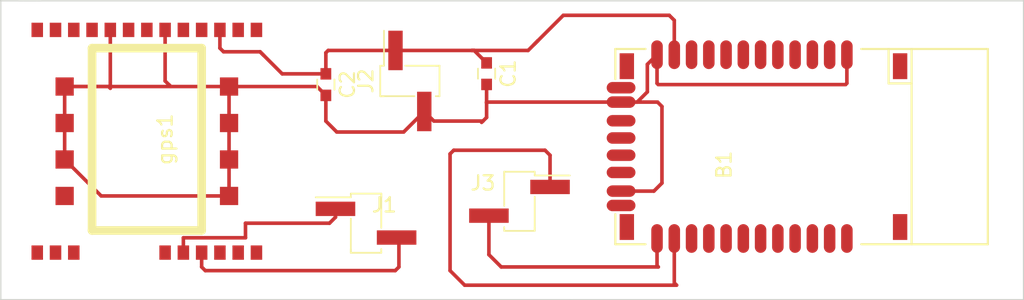
<source format=kicad_pcb>
(kicad_pcb (version 4) (host pcbnew 4.0.6)

  (general
    (links 23)
    (no_connects 0)
    (area 159.461999 83.769999 230.682001 104.698001)
    (thickness 1.6)
    (drawings 9)
    (tracks 92)
    (zones 0)
    (modules 7)
    (nets 49)
  )

  (page A4)
  (layers
    (0 F.Cu signal)
    (31 B.Cu signal)
    (32 B.Adhes user)
    (33 F.Adhes user)
    (34 B.Paste user)
    (35 F.Paste user)
    (36 B.SilkS user)
    (37 F.SilkS user)
    (38 B.Mask user)
    (39 F.Mask user)
    (40 Dwgs.User user)
    (41 Cmts.User user)
    (42 Eco1.User user)
    (43 Eco2.User user)
    (44 Edge.Cuts user)
    (45 Margin user)
    (46 B.CrtYd user)
    (47 F.CrtYd user)
    (48 B.Fab user)
    (49 F.Fab user)
  )

  (setup
    (last_trace_width 0.25)
    (trace_clearance 0.2)
    (zone_clearance 0.508)
    (zone_45_only no)
    (trace_min 0.2)
    (segment_width 0.2)
    (edge_width 0.1)
    (via_size 0.6)
    (via_drill 0.4)
    (via_min_size 0.4)
    (via_min_drill 0.3)
    (uvia_size 0.3)
    (uvia_drill 0.1)
    (uvias_allowed no)
    (uvia_min_size 0.2)
    (uvia_min_drill 0.1)
    (pcb_text_width 0.3)
    (pcb_text_size 1.5 1.5)
    (mod_edge_width 0.15)
    (mod_text_size 1 1)
    (mod_text_width 0.15)
    (pad_size 1.5 1.5)
    (pad_drill 0.6)
    (pad_to_mask_clearance 0)
    (aux_axis_origin 0 0)
    (visible_elements FFFFFF7F)
    (pcbplotparams
      (layerselection 0x010f0_80000001)
      (usegerberextensions true)
      (excludeedgelayer true)
      (linewidth 0.100000)
      (plotframeref false)
      (viasonmask false)
      (mode 1)
      (useauxorigin false)
      (hpglpennumber 1)
      (hpglpenspeed 20)
      (hpglpendiameter 15)
      (hpglpenoverlay 2)
      (psnegative false)
      (psa4output false)
      (plotreference true)
      (plotvalue true)
      (plotinvisibletext false)
      (padsonsilk false)
      (subtractmaskfromsilk false)
      (outputformat 1)
      (mirror false)
      (drillshape 0)
      (scaleselection 1)
      (outputdirectory ""))
  )

  (net 0 "")
  (net 1 GND)
  (net 2 "Net-(B1-Pad2)")
  (net 3 "Net-(B1-Pad3)")
  (net 4 "Net-(B1-Pad4)")
  (net 5 "Net-(B1-Pad5)")
  (net 6 "Net-(B1-Pad6)")
  (net 7 "Net-(B1-Pad7)")
  (net 8 "Net-(B1-Pad8)")
  (net 9 "Net-(B1-Pad9)")
  (net 10 "Net-(B1-Pad10)")
  (net 11 +3V3)
  (net 12 "Net-(B1-Pad35)")
  (net 13 "Net-(B1-Pad34)")
  (net 14 "Net-(B1-Pad33)")
  (net 15 "Net-(B1-Pad32)")
  (net 16 "Net-(B1-Pad31)")
  (net 17 "Net-(B1-Pad30)")
  (net 18 "Net-(B1-Pad13)")
  (net 19 "Net-(B1-Pad14)")
  (net 20 "Net-(B1-Pad15)")
  (net 21 "Net-(B1-Pad16)")
  (net 22 "Net-(B1-Pad17)")
  (net 23 "Net-(B1-Pad18)")
  (net 24 "Net-(B1-Pad19)")
  (net 25 "Net-(B1-Pad20)")
  (net 26 "Net-(B1-Pad21)")
  (net 27 "Net-(B1-Pad22)")
  (net 28 "Net-(B1-Pad23)")
  (net 29 "Net-(B1-Pad24)")
  (net 30 "Net-(gps1-Pad1)")
  (net 31 "Net-(gps1-Pad2)")
  (net 32 "Net-(gps1-Pad4)")
  (net 33 "Net-(gps1-Pad5)")
  (net 34 "Net-(gps1-Pad7)")
  (net 35 "Net-(gps1-Pad8)")
  (net 36 "Net-(gps1-Pad10)")
  (net 37 "Net-(gps1-Pad11)")
  (net 38 "Net-(gps1-Pad12)")
  (net 39 "Net-(gps1-Pad13)")
  (net 40 "Net-(gps1-Pad14)")
  (net 41 "Net-(gps1-Pad15)")
  (net 42 "Net-(gps1-Pad16)")
  (net 43 "Net-(J1-Pad2)")
  (net 44 "Net-(J1-Pad1)")
  (net 45 "Net-(gps1-Pad19)")
  (net 46 "Net-(gps1-Pad20)")
  (net 47 "Net-(gps1-Pad21)")
  (net 48 "Net-(gps1-Pad22)")

  (net_class Default "This is the default net class."
    (clearance 0.2)
    (trace_width 0.25)
    (via_dia 0.6)
    (via_drill 0.4)
    (uvia_dia 0.3)
    (uvia_drill 0.1)
    (add_net +3V3)
    (add_net GND)
    (add_net "Net-(B1-Pad10)")
    (add_net "Net-(B1-Pad13)")
    (add_net "Net-(B1-Pad14)")
    (add_net "Net-(B1-Pad15)")
    (add_net "Net-(B1-Pad16)")
    (add_net "Net-(B1-Pad17)")
    (add_net "Net-(B1-Pad18)")
    (add_net "Net-(B1-Pad19)")
    (add_net "Net-(B1-Pad2)")
    (add_net "Net-(B1-Pad20)")
    (add_net "Net-(B1-Pad21)")
    (add_net "Net-(B1-Pad22)")
    (add_net "Net-(B1-Pad23)")
    (add_net "Net-(B1-Pad24)")
    (add_net "Net-(B1-Pad3)")
    (add_net "Net-(B1-Pad30)")
    (add_net "Net-(B1-Pad31)")
    (add_net "Net-(B1-Pad32)")
    (add_net "Net-(B1-Pad33)")
    (add_net "Net-(B1-Pad34)")
    (add_net "Net-(B1-Pad35)")
    (add_net "Net-(B1-Pad4)")
    (add_net "Net-(B1-Pad5)")
    (add_net "Net-(B1-Pad6)")
    (add_net "Net-(B1-Pad7)")
    (add_net "Net-(B1-Pad8)")
    (add_net "Net-(B1-Pad9)")
    (add_net "Net-(J1-Pad1)")
    (add_net "Net-(J1-Pad2)")
    (add_net "Net-(gps1-Pad1)")
    (add_net "Net-(gps1-Pad10)")
    (add_net "Net-(gps1-Pad11)")
    (add_net "Net-(gps1-Pad12)")
    (add_net "Net-(gps1-Pad13)")
    (add_net "Net-(gps1-Pad14)")
    (add_net "Net-(gps1-Pad15)")
    (add_net "Net-(gps1-Pad16)")
    (add_net "Net-(gps1-Pad19)")
    (add_net "Net-(gps1-Pad2)")
    (add_net "Net-(gps1-Pad20)")
    (add_net "Net-(gps1-Pad21)")
    (add_net "Net-(gps1-Pad22)")
    (add_net "Net-(gps1-Pad4)")
    (add_net "Net-(gps1-Pad5)")
    (add_net "Net-(gps1-Pad7)")
    (add_net "Net-(gps1-Pad8)")
  )

  (module RF_Modules:RN42 (layer F.Cu) (tedit 58D1E594) (tstamp 58D1E362)
    (at 212.344 93.98 270)
    (descr "Class 2 Bluetooth Module with on-board antenna")
    (tags "Bluetooth Module")
    (path /58D17EE8)
    (attr smd)
    (fp_text reference B1 (at 1.27 2.54 270) (layer F.SilkS)
      (effects (font (size 1 1) (thickness 0.15)))
    )
    (fp_text value Bluetooth (at 0.3 0 270) (layer F.Fab)
      (effects (font (size 1 1) (thickness 0.15)))
    )
    (fp_text user "Antenna Area" (at 0.3 -13 270) (layer Cmts.User)
      (effects (font (size 1 1) (thickness 0.15)))
    )
    (fp_line (start -7.65 -16.05) (end 7.65 -16.05) (layer F.CrtYd) (width 0.05))
    (fp_line (start 7.65 -16.05) (end 7.65 10.95) (layer F.CrtYd) (width 0.05))
    (fp_line (start 7.65 10.95) (end -7.65 10.95) (layer F.CrtYd) (width 0.05))
    (fp_line (start -7.65 10.95) (end -7.65 -16.05) (layer F.CrtYd) (width 0.05))
    (fp_line (start -6.8 -8.9) (end -4.4 -8.9) (layer F.SilkS) (width 0.15))
    (fp_line (start -4.4 -8.9) (end -4.4 -10.5) (layer F.SilkS) (width 0.15))
    (fp_line (start -6.8 -10.5) (end 6.8 -10.5) (layer F.SilkS) (width 0.15))
    (fp_line (start -6.8 -7) (end -6.8 -15.8) (layer F.SilkS) (width 0.15))
    (fp_line (start -6.8 -15.8) (end 6.8 -15.8) (layer F.SilkS) (width 0.15))
    (fp_line (start 6.8 -15.8) (end 6.8 -7) (layer F.SilkS) (width 0.15))
    (fp_line (start 4.7 10.1) (end 6.8 10.1) (layer F.SilkS) (width 0.15))
    (fp_line (start 6.8 10.1) (end 6.8 8) (layer F.SilkS) (width 0.15))
    (fp_line (start -4.7 10.1) (end -6.8 10.1) (layer F.SilkS) (width 0.15))
    (fp_line (start -6.8 10.1) (end -6.8 8) (layer F.SilkS) (width 0.15))
    (pad 1 smd oval (at -6.4 -6 270) (size 2 0.8) (layers F.Cu F.Paste F.Mask)
      (net 1 GND))
    (pad 2 smd oval (at -6.4 -4.8 270) (size 2 0.8) (layers F.Cu F.Paste F.Mask)
      (net 2 "Net-(B1-Pad2)"))
    (pad 3 smd oval (at -6.4 -3.6 270) (size 2 0.8) (layers F.Cu F.Paste F.Mask)
      (net 3 "Net-(B1-Pad3)"))
    (pad 4 smd oval (at -6.4 -2.4 270) (size 2 0.8) (layers F.Cu F.Paste F.Mask)
      (net 4 "Net-(B1-Pad4)"))
    (pad 5 smd oval (at -6.4 -1.2 270) (size 2 0.8) (layers F.Cu F.Paste F.Mask)
      (net 5 "Net-(B1-Pad5)"))
    (pad 6 smd oval (at -6.4 0 270) (size 2 0.8) (layers F.Cu F.Paste F.Mask)
      (net 6 "Net-(B1-Pad6)"))
    (pad 7 smd oval (at -6.4 1.2 270) (size 2 0.8) (layers F.Cu F.Paste F.Mask)
      (net 7 "Net-(B1-Pad7)"))
    (pad 8 smd oval (at -6.4 2.4 270) (size 2 0.8) (layers F.Cu F.Paste F.Mask)
      (net 8 "Net-(B1-Pad8)"))
    (pad 9 smd oval (at -6.4 3.6 270) (size 2 0.8) (layers F.Cu F.Paste F.Mask)
      (net 9 "Net-(B1-Pad9)"))
    (pad 10 smd oval (at -6.4 4.8 270) (size 2 0.8) (layers F.Cu F.Paste F.Mask)
      (net 10 "Net-(B1-Pad10)"))
    (pad 11 smd oval (at -6.4 6 270) (size 2 0.8) (layers F.Cu F.Paste F.Mask)
      (net 11 +3V3))
    (pad 12 smd oval (at -6.4 7.2 270) (size 2 0.8) (layers F.Cu F.Paste F.Mask)
      (net 1 GND))
    (pad 35 smd oval (at -4.1 9.7) (size 2 0.8) (layers F.Cu F.Paste F.Mask)
      (net 12 "Net-(B1-Pad35)"))
    (pad 29 smd oval (at -3.1 9.7) (size 2 0.8) (layers F.Cu F.Paste F.Mask)
      (net 1 GND))
    (pad 34 smd oval (at -1.8 9.7) (size 2 0.8) (layers F.Cu F.Paste F.Mask)
      (net 13 "Net-(B1-Pad34)"))
    (pad 33 smd oval (at -0.6 9.7) (size 2 0.8) (layers F.Cu F.Paste F.Mask)
      (net 14 "Net-(B1-Pad33)"))
    (pad 32 smd oval (at 0.6 9.7) (size 2 0.8) (layers F.Cu F.Paste F.Mask)
      (net 15 "Net-(B1-Pad32)"))
    (pad 31 smd oval (at 1.8 9.7) (size 2 0.8) (layers F.Cu F.Paste F.Mask)
      (net 16 "Net-(B1-Pad31)"))
    (pad 28 smd oval (at 3.1 9.7) (size 2 0.8) (layers F.Cu F.Paste F.Mask)
      (net 1 GND))
    (pad 30 smd oval (at 4.1 9.7) (size 2 0.8) (layers F.Cu F.Paste F.Mask)
      (net 17 "Net-(B1-Pad30)"))
    (pad 13 smd oval (at 6.4 7.2 270) (size 2 0.8) (layers F.Cu F.Paste F.Mask)
      (net 18 "Net-(B1-Pad13)"))
    (pad 14 smd oval (at 6.4 6 270) (size 2 0.8) (layers F.Cu F.Paste F.Mask)
      (net 19 "Net-(B1-Pad14)"))
    (pad 15 smd oval (at 6.4 4.8 270) (size 2 0.8) (layers F.Cu F.Paste F.Mask)
      (net 20 "Net-(B1-Pad15)"))
    (pad 16 smd oval (at 6.4 3.6 270) (size 2 0.8) (layers F.Cu F.Paste F.Mask)
      (net 21 "Net-(B1-Pad16)"))
    (pad 17 smd oval (at 6.4 2.4 270) (size 2 0.8) (layers F.Cu F.Paste F.Mask)
      (net 22 "Net-(B1-Pad17)"))
    (pad 18 smd oval (at 6.4 1.2 270) (size 2 0.8) (layers F.Cu F.Paste F.Mask)
      (net 23 "Net-(B1-Pad18)"))
    (pad 19 smd oval (at 6.4 0 270) (size 2 0.8) (layers F.Cu F.Paste F.Mask)
      (net 24 "Net-(B1-Pad19)"))
    (pad 20 smd oval (at 6.4 -1.2 270) (size 2 0.8) (layers F.Cu F.Paste F.Mask)
      (net 25 "Net-(B1-Pad20)"))
    (pad 21 smd oval (at 6.4 -2.4 270) (size 2 0.8) (layers F.Cu F.Paste F.Mask)
      (net 26 "Net-(B1-Pad21)"))
    (pad 22 smd oval (at 6.4 -3.6 270) (size 2 0.8) (layers F.Cu F.Paste F.Mask)
      (net 27 "Net-(B1-Pad22)"))
    (pad 23 smd oval (at 6.4 -4.8 270) (size 2 0.8) (layers F.Cu F.Paste F.Mask)
      (net 28 "Net-(B1-Pad23)"))
    (pad 24 smd oval (at 6.4 -6 270) (size 2 0.8) (layers F.Cu F.Paste F.Mask)
      (net 29 "Net-(B1-Pad24)"))
    (pad 36 smd rect (at -5.6 9.3 270) (size 1.8 1) (layers F.Cu F.Paste F.Mask))
    (pad 36 smd rect (at 5.6 9.3 270) (size 1.8 1) (layers F.Cu F.Paste F.Mask))
    (pad 36 smd rect (at 5.6 -9.7 270) (size 1.8 1) (layers F.Cu F.Paste F.Mask))
    (pad 36 smd rect (at -5.6 -9.7 270) (size 1.8 1) (layers F.Cu F.Paste F.Mask))
  )

  (module Capacitors_SMD:C_0603 (layer F.Cu) (tedit 58AA844E) (tstamp 58D1E368)
    (at 193.294 88.9 270)
    (descr "Capacitor SMD 0603, reflow soldering, AVX (see smccp.pdf)")
    (tags "capacitor 0603")
    (path /58D1C4AB)
    (attr smd)
    (fp_text reference C1 (at 0 -1.5 270) (layer F.SilkS)
      (effects (font (size 1 1) (thickness 0.15)))
    )
    (fp_text value 10uF (at 0 1.5 270) (layer F.Fab)
      (effects (font (size 1 1) (thickness 0.15)))
    )
    (fp_text user %R (at 0 -1.5 270) (layer F.Fab)
      (effects (font (size 1 1) (thickness 0.15)))
    )
    (fp_line (start -0.8 0.4) (end -0.8 -0.4) (layer F.Fab) (width 0.1))
    (fp_line (start 0.8 0.4) (end -0.8 0.4) (layer F.Fab) (width 0.1))
    (fp_line (start 0.8 -0.4) (end 0.8 0.4) (layer F.Fab) (width 0.1))
    (fp_line (start -0.8 -0.4) (end 0.8 -0.4) (layer F.Fab) (width 0.1))
    (fp_line (start -0.35 -0.6) (end 0.35 -0.6) (layer F.SilkS) (width 0.12))
    (fp_line (start 0.35 0.6) (end -0.35 0.6) (layer F.SilkS) (width 0.12))
    (fp_line (start -1.4 -0.65) (end 1.4 -0.65) (layer F.CrtYd) (width 0.05))
    (fp_line (start -1.4 -0.65) (end -1.4 0.65) (layer F.CrtYd) (width 0.05))
    (fp_line (start 1.4 0.65) (end 1.4 -0.65) (layer F.CrtYd) (width 0.05))
    (fp_line (start 1.4 0.65) (end -1.4 0.65) (layer F.CrtYd) (width 0.05))
    (pad 1 smd rect (at -0.75 0 270) (size 0.8 0.75) (layers F.Cu F.Paste F.Mask)
      (net 11 +3V3))
    (pad 2 smd rect (at 0.75 0 270) (size 0.8 0.75) (layers F.Cu F.Paste F.Mask)
      (net 1 GND))
    (model Capacitors_SMD.3dshapes/C_0603.wrl
      (at (xyz 0 0 0))
      (scale (xyz 1 1 1))
      (rotate (xyz 0 0 0))
    )
  )

  (module Capacitors_SMD:C_0603 (layer F.Cu) (tedit 58AA844E) (tstamp 58D1E36E)
    (at 182.118 89.662 270)
    (descr "Capacitor SMD 0603, reflow soldering, AVX (see smccp.pdf)")
    (tags "capacitor 0603")
    (path /58D1C524)
    (attr smd)
    (fp_text reference C2 (at 0 -1.5 270) (layer F.SilkS)
      (effects (font (size 1 1) (thickness 0.15)))
    )
    (fp_text value 10uF (at 0 1.5 270) (layer F.Fab)
      (effects (font (size 1 1) (thickness 0.15)))
    )
    (fp_text user %R (at 0 -1.5 270) (layer F.Fab)
      (effects (font (size 1 1) (thickness 0.15)))
    )
    (fp_line (start -0.8 0.4) (end -0.8 -0.4) (layer F.Fab) (width 0.1))
    (fp_line (start 0.8 0.4) (end -0.8 0.4) (layer F.Fab) (width 0.1))
    (fp_line (start 0.8 -0.4) (end 0.8 0.4) (layer F.Fab) (width 0.1))
    (fp_line (start -0.8 -0.4) (end 0.8 -0.4) (layer F.Fab) (width 0.1))
    (fp_line (start -0.35 -0.6) (end 0.35 -0.6) (layer F.SilkS) (width 0.12))
    (fp_line (start 0.35 0.6) (end -0.35 0.6) (layer F.SilkS) (width 0.12))
    (fp_line (start -1.4 -0.65) (end 1.4 -0.65) (layer F.CrtYd) (width 0.05))
    (fp_line (start -1.4 -0.65) (end -1.4 0.65) (layer F.CrtYd) (width 0.05))
    (fp_line (start 1.4 0.65) (end 1.4 -0.65) (layer F.CrtYd) (width 0.05))
    (fp_line (start 1.4 0.65) (end -1.4 0.65) (layer F.CrtYd) (width 0.05))
    (pad 1 smd rect (at -0.75 0 270) (size 0.8 0.75) (layers F.Cu F.Paste F.Mask)
      (net 11 +3V3))
    (pad 2 smd rect (at 0.75 0 270) (size 0.8 0.75) (layers F.Cu F.Paste F.Mask)
      (net 1 GND))
    (model Capacitors_SMD.3dshapes/C_0603.wrl
      (at (xyz 0 0 0))
      (scale (xyz 1 1 1))
      (rotate (xyz 0 0 0))
    )
  )

  (module footprintlibrary:GPS (layer F.Cu) (tedit 58D1E58F) (tstamp 58D1E394)
    (at 177.292 85.852 270)
    (path /58D160F3)
    (fp_text reference gps1 (at 7.62 6.35 270) (layer F.SilkS)
      (effects (font (size 1 1) (thickness 0.15)))
    )
    (fp_text value GPSReceiver (at 7.62 8.89 270) (layer F.Fab)
      (effects (font (size 1 1) (thickness 0.15)))
    )
    (fp_line (start 13.97 11.43) (end 13.97 3.81) (layer F.SilkS) (width 0.6))
    (fp_line (start 13.97 3.81) (end 1.27 3.81) (layer F.SilkS) (width 0.6))
    (fp_line (start 1.27 3.81) (end 1.27 11.43) (layer F.SilkS) (width 0.6))
    (fp_line (start 1.27 11.43) (end 13.97 11.43) (layer F.SilkS) (width 0.6))
    (pad 1 smd rect (at 0 0 270) (size 1 0.8) (layers F.Cu F.Paste F.Mask)
      (net 30 "Net-(gps1-Pad1)"))
    (pad 2 smd rect (at 0 1.27 270) (size 1 0.8) (layers F.Cu F.Paste F.Mask)
      (net 31 "Net-(gps1-Pad2)"))
    (pad 3 smd rect (at 0 2.54 270) (size 1 0.8) (layers F.Cu F.Paste F.Mask)
      (net 11 +3V3))
    (pad 4 smd rect (at 0 3.81 270) (size 1 0.8) (layers F.Cu F.Paste F.Mask)
      (net 32 "Net-(gps1-Pad4)"))
    (pad 5 smd rect (at 0 5.08 270) (size 1 0.8) (layers F.Cu F.Paste F.Mask)
      (net 33 "Net-(gps1-Pad5)"))
    (pad 6 smd rect (at 0 6.35 270) (size 1 0.8) (layers F.Cu F.Paste F.Mask)
      (net 1 GND))
    (pad 7 smd rect (at 0 7.62 270) (size 1 0.8) (layers F.Cu F.Paste F.Mask)
      (net 34 "Net-(gps1-Pad7)"))
    (pad 8 smd rect (at 0 8.89 270) (size 1 0.8) (layers F.Cu F.Paste F.Mask)
      (net 35 "Net-(gps1-Pad8)"))
    (pad 9 smd rect (at 0 10.16 270) (size 1 0.8) (layers F.Cu F.Paste F.Mask)
      (net 1 GND))
    (pad 10 smd rect (at 0 11.43 270) (size 1 0.8) (layers F.Cu F.Paste F.Mask)
      (net 36 "Net-(gps1-Pad10)"))
    (pad 11 smd rect (at 0 12.7 270) (size 1 0.8) (layers F.Cu F.Paste F.Mask)
      (net 37 "Net-(gps1-Pad11)"))
    (pad 12 smd rect (at 0 13.97 270) (size 1 0.8) (layers F.Cu F.Paste F.Mask)
      (net 38 "Net-(gps1-Pad12)"))
    (pad 13 smd rect (at 0 15.24 270) (size 1 0.8) (layers F.Cu F.Paste F.Mask)
      (net 39 "Net-(gps1-Pad13)"))
    (pad 14 smd rect (at 15.51 0 270) (size 1 0.8) (layers F.Cu F.Paste F.Mask)
      (net 40 "Net-(gps1-Pad14)"))
    (pad 15 smd rect (at 15.51 1.27 270) (size 1 0.8) (layers F.Cu F.Paste F.Mask)
      (net 41 "Net-(gps1-Pad15)"))
    (pad 16 smd rect (at 15.51 2.54 270) (size 1 0.8) (layers F.Cu F.Paste F.Mask)
      (net 42 "Net-(gps1-Pad16)"))
    (pad 17 smd rect (at 15.51 3.81 270) (size 1 0.8) (layers F.Cu F.Paste F.Mask)
      (net 43 "Net-(J1-Pad2)"))
    (pad 18 smd rect (at 15.51 5.08 270) (size 1 0.8) (layers F.Cu F.Paste F.Mask)
      (net 44 "Net-(J1-Pad1)"))
    (pad 19 smd rect (at 15.51 6.35 270) (size 1 0.8) (layers F.Cu F.Paste F.Mask)
      (net 45 "Net-(gps1-Pad19)"))
    (pad 20 smd rect (at 15.51 12.7 270) (size 1 0.8) (layers F.Cu F.Paste F.Mask)
      (net 46 "Net-(gps1-Pad20)"))
    (pad 21 smd rect (at 15.51 13.97 270) (size 1 0.8) (layers F.Cu F.Paste F.Mask)
      (net 47 "Net-(gps1-Pad21)"))
    (pad 22 smd rect (at 15.51 15.24 270) (size 1 0.8) (layers F.Cu F.Paste F.Mask)
      (net 48 "Net-(gps1-Pad22)"))
    (pad 23 smd rect (at 3.945 1.905 270) (size 1.27 1.27) (layers F.Cu F.Paste F.Mask)
      (net 1 GND))
    (pad 24 smd rect (at 6.485 1.905 270) (size 1.27 1.27) (layers F.Cu F.Paste F.Mask)
      (net 1 GND))
    (pad 25 smd rect (at 9.025 1.905 270) (size 1.27 1.27) (layers F.Cu F.Paste F.Mask)
      (net 1 GND))
    (pad 26 smd rect (at 11.565 1.905 270) (size 1.27 1.27) (layers F.Cu F.Paste F.Mask)
      (net 1 GND))
    (pad 27 smd rect (at 3.945 13.335 270) (size 1.27 1.27) (layers F.Cu F.Paste F.Mask)
      (net 1 GND))
    (pad 28 smd rect (at 6.485 13.335 270) (size 1.27 1.27) (layers F.Cu F.Paste F.Mask)
      (net 1 GND))
    (pad 29 smd rect (at 9.025 13.335 270) (size 1.27 1.27) (layers F.Cu F.Paste F.Mask)
      (net 1 GND))
    (pad 30 smd rect (at 11.565 13.335 270) (size 1.27 1.27) (layers F.Cu F.Paste F.Mask))
  )

  (module Pin_Headers:Pin_Header_Straight_1x02_Pitch2.00mm_SMD_Pin1Left (layer F.Cu) (tedit 58D1E5CF) (tstamp 58D1E39A)
    (at 184.912 99.314)
    (descr "surface-mounted straight pin header, 1x02, 2.00mm pitch, single row, style 1 (pin 1 left)")
    (tags "Surface mounted pin header SMD 1x02 2.00mm single row style1 pin1 left")
    (path /58CFC809)
    (attr smd)
    (fp_text reference J1 (at 1.27 -1.27) (layer F.SilkS)
      (effects (font (size 1 1) (thickness 0.15)))
    )
    (fp_text value clkSp (at -1.27 1.27) (layer F.Fab)
      (effects (font (size 1 1) (thickness 0.15)))
    )
    (fp_line (start -1 -2) (end -1 2) (layer F.Fab) (width 0.1))
    (fp_line (start -1 2) (end 1 2) (layer F.Fab) (width 0.1))
    (fp_line (start 1 2) (end 1 -2) (layer F.Fab) (width 0.1))
    (fp_line (start 1 -2) (end -1 -2) (layer F.Fab) (width 0.1))
    (fp_line (start -1 -1.25) (end -1 -0.75) (layer F.Fab) (width 0.1))
    (fp_line (start -1 -0.75) (end -2 -0.75) (layer F.Fab) (width 0.1))
    (fp_line (start -2 -0.75) (end -2 -1.25) (layer F.Fab) (width 0.1))
    (fp_line (start -2 -1.25) (end -1 -1.25) (layer F.Fab) (width 0.1))
    (fp_line (start 1 0.75) (end 1 1.25) (layer F.Fab) (width 0.1))
    (fp_line (start 1 1.25) (end 2 1.25) (layer F.Fab) (width 0.1))
    (fp_line (start 2 1.25) (end 2 0.75) (layer F.Fab) (width 0.1))
    (fp_line (start 2 0.75) (end 1 0.75) (layer F.Fab) (width 0.1))
    (fp_line (start -1.06 -1.8) (end -1.06 -2.06) (layer F.SilkS) (width 0.12))
    (fp_line (start -1.06 -2.06) (end 1.06 -2.06) (layer F.SilkS) (width 0.12))
    (fp_line (start 1.06 -2.06) (end 1.06 -1.8) (layer F.SilkS) (width 0.12))
    (fp_line (start -1.06 1.8) (end -1.06 2.06) (layer F.SilkS) (width 0.12))
    (fp_line (start -1.06 2.06) (end 1.06 2.06) (layer F.SilkS) (width 0.12))
    (fp_line (start 1.06 2.06) (end 1.06 1.8) (layer F.SilkS) (width 0.12))
    (fp_line (start 1.06 -2.06) (end 1.06 0.32) (layer F.SilkS) (width 0.12))
    (fp_line (start -1.06 -1.8) (end -3.5 -1.8) (layer F.SilkS) (width 0.12))
    (fp_line (start -1.06 -0.32) (end -1.06 2.06) (layer F.SilkS) (width 0.12))
    (fp_line (start -4 -2.5) (end -4 2.5) (layer F.CrtYd) (width 0.05))
    (fp_line (start -4 2.5) (end 4 2.5) (layer F.CrtYd) (width 0.05))
    (fp_line (start 4 2.5) (end 4 -2.5) (layer F.CrtYd) (width 0.05))
    (fp_line (start 4 -2.5) (end -4 -2.5) (layer F.CrtYd) (width 0.05))
    (fp_text user %R (at 1.27 -1.27) (layer F.Fab)
      (effects (font (size 1 1) (thickness 0.15)))
    )
    (pad 1 smd rect (at -2.125 -1) (size 2.75 1) (layers F.Cu F.Paste F.Mask)
      (net 44 "Net-(J1-Pad1)"))
    (pad 2 smd rect (at 2.125 1) (size 2.75 1) (layers F.Cu F.Paste F.Mask)
      (net 43 "Net-(J1-Pad2)"))
    (model ${KISYS3DMOD}/Pin_Headers.3dshapes/Pin_Header_Straight_1x02_Pitch2.00mm_SMD_Pin1Left.wrl
      (at (xyz 0 0 0))
      (scale (xyz 1 1 1))
      (rotate (xyz 0 0 0))
    )
  )

  (module Pin_Headers:Pin_Header_Straight_1x02_Pitch2.00mm_SMD_Pin1Right (layer F.Cu) (tedit 58CD4EC9) (tstamp 58D1E3A0)
    (at 187.96 89.408 90)
    (descr "surface-mounted straight pin header, 1x02, 2.00mm pitch, single row, style 2 (pin 1 right)")
    (tags "Surface mounted pin header SMD 1x02 2.00mm single row style2 pin1 right")
    (path /58CFC5E0)
    (attr smd)
    (fp_text reference J2 (at 0 -3.06 90) (layer F.SilkS)
      (effects (font (size 1 1) (thickness 0.15)))
    )
    (fp_text value SourceGnd (at 0 3.06 90) (layer F.Fab)
      (effects (font (size 1 1) (thickness 0.15)))
    )
    (fp_line (start -1 -2) (end -1 2) (layer F.Fab) (width 0.1))
    (fp_line (start -1 2) (end 1 2) (layer F.Fab) (width 0.1))
    (fp_line (start 1 2) (end 1 -2) (layer F.Fab) (width 0.1))
    (fp_line (start 1 -2) (end -1 -2) (layer F.Fab) (width 0.1))
    (fp_line (start -1 0.75) (end -1 1.25) (layer F.Fab) (width 0.1))
    (fp_line (start -1 1.25) (end -2 1.25) (layer F.Fab) (width 0.1))
    (fp_line (start -2 1.25) (end -2 0.75) (layer F.Fab) (width 0.1))
    (fp_line (start -2 0.75) (end -1 0.75) (layer F.Fab) (width 0.1))
    (fp_line (start 1 -1.25) (end 1 -0.75) (layer F.Fab) (width 0.1))
    (fp_line (start 1 -0.75) (end 2 -0.75) (layer F.Fab) (width 0.1))
    (fp_line (start 2 -0.75) (end 2 -1.25) (layer F.Fab) (width 0.1))
    (fp_line (start 2 -1.25) (end 1 -1.25) (layer F.Fab) (width 0.1))
    (fp_line (start -1.06 -1.8) (end -1.06 -2.06) (layer F.SilkS) (width 0.12))
    (fp_line (start -1.06 -2.06) (end 1.06 -2.06) (layer F.SilkS) (width 0.12))
    (fp_line (start 1.06 -2.06) (end 1.06 -1.8) (layer F.SilkS) (width 0.12))
    (fp_line (start -1.06 1.8) (end -1.06 2.06) (layer F.SilkS) (width 0.12))
    (fp_line (start -1.06 2.06) (end 1.06 2.06) (layer F.SilkS) (width 0.12))
    (fp_line (start 1.06 2.06) (end 1.06 1.8) (layer F.SilkS) (width 0.12))
    (fp_line (start 1.06 -0.32) (end 1.06 2.06) (layer F.SilkS) (width 0.12))
    (fp_line (start -1.06 -2.06) (end -1.06 0.32) (layer F.SilkS) (width 0.12))
    (fp_line (start 1.06 -1.8) (end 3.5 -1.8) (layer F.SilkS) (width 0.12))
    (fp_line (start -4 -2.5) (end -4 2.5) (layer F.CrtYd) (width 0.05))
    (fp_line (start -4 2.5) (end 4 2.5) (layer F.CrtYd) (width 0.05))
    (fp_line (start 4 2.5) (end 4 -2.5) (layer F.CrtYd) (width 0.05))
    (fp_line (start 4 -2.5) (end -4 -2.5) (layer F.CrtYd) (width 0.05))
    (fp_text user %R (at 0 -3.06 90) (layer F.Fab)
      (effects (font (size 1 1) (thickness 0.15)))
    )
    (pad 2 smd rect (at -2.125 1 90) (size 2.75 1) (layers F.Cu F.Paste F.Mask)
      (net 1 GND))
    (pad 1 smd rect (at 2.125 -1 90) (size 2.75 1) (layers F.Cu F.Paste F.Mask)
      (net 11 +3V3))
    (model ${KISYS3DMOD}/Pin_Headers.3dshapes/Pin_Header_Straight_1x02_Pitch2.00mm_SMD_Pin1Right.wrl
      (at (xyz 0 0 0))
      (scale (xyz 1 1 1))
      (rotate (xyz 0 0 0))
    )
  )

  (module Pin_Headers:Pin_Header_Straight_1x02_Pitch2.00mm_SMD_Pin1Right (layer F.Cu) (tedit 58D1E5B2) (tstamp 58D1E3A6)
    (at 195.58 97.79)
    (descr "surface-mounted straight pin header, 1x02, 2.00mm pitch, single row, style 2 (pin 1 right)")
    (tags "Surface mounted pin header SMD 1x02 2.00mm single row style2 pin1 right")
    (path /58CFC5BF)
    (attr smd)
    (fp_text reference J3 (at -2.54 -1.27) (layer F.SilkS)
      (effects (font (size 1 1) (thickness 0.15)))
    )
    (fp_text value RXTX (at 1.27 1.27) (layer F.Fab)
      (effects (font (size 1 1) (thickness 0.15)))
    )
    (fp_line (start -1 -2) (end -1 2) (layer F.Fab) (width 0.1))
    (fp_line (start -1 2) (end 1 2) (layer F.Fab) (width 0.1))
    (fp_line (start 1 2) (end 1 -2) (layer F.Fab) (width 0.1))
    (fp_line (start 1 -2) (end -1 -2) (layer F.Fab) (width 0.1))
    (fp_line (start -1 0.75) (end -1 1.25) (layer F.Fab) (width 0.1))
    (fp_line (start -1 1.25) (end -2 1.25) (layer F.Fab) (width 0.1))
    (fp_line (start -2 1.25) (end -2 0.75) (layer F.Fab) (width 0.1))
    (fp_line (start -2 0.75) (end -1 0.75) (layer F.Fab) (width 0.1))
    (fp_line (start 1 -1.25) (end 1 -0.75) (layer F.Fab) (width 0.1))
    (fp_line (start 1 -0.75) (end 2 -0.75) (layer F.Fab) (width 0.1))
    (fp_line (start 2 -0.75) (end 2 -1.25) (layer F.Fab) (width 0.1))
    (fp_line (start 2 -1.25) (end 1 -1.25) (layer F.Fab) (width 0.1))
    (fp_line (start -1.06 -1.8) (end -1.06 -2.06) (layer F.SilkS) (width 0.12))
    (fp_line (start -1.06 -2.06) (end 1.06 -2.06) (layer F.SilkS) (width 0.12))
    (fp_line (start 1.06 -2.06) (end 1.06 -1.8) (layer F.SilkS) (width 0.12))
    (fp_line (start -1.06 1.8) (end -1.06 2.06) (layer F.SilkS) (width 0.12))
    (fp_line (start -1.06 2.06) (end 1.06 2.06) (layer F.SilkS) (width 0.12))
    (fp_line (start 1.06 2.06) (end 1.06 1.8) (layer F.SilkS) (width 0.12))
    (fp_line (start 1.06 -0.32) (end 1.06 2.06) (layer F.SilkS) (width 0.12))
    (fp_line (start -1.06 -2.06) (end -1.06 0.32) (layer F.SilkS) (width 0.12))
    (fp_line (start 1.06 -1.8) (end 3.5 -1.8) (layer F.SilkS) (width 0.12))
    (fp_line (start -4 -2.5) (end -4 2.5) (layer F.CrtYd) (width 0.05))
    (fp_line (start -4 2.5) (end 4 2.5) (layer F.CrtYd) (width 0.05))
    (fp_line (start 4 2.5) (end 4 -2.5) (layer F.CrtYd) (width 0.05))
    (fp_line (start 4 -2.5) (end -4 -2.5) (layer F.CrtYd) (width 0.05))
    (fp_text user %R (at 0 -3.06) (layer F.Fab)
      (effects (font (size 1 1) (thickness 0.15)))
    )
    (pad 2 smd rect (at -2.125 1) (size 2.75 1) (layers F.Cu F.Paste F.Mask)
      (net 18 "Net-(B1-Pad13)"))
    (pad 1 smd rect (at 2.125 -1) (size 2.75 1) (layers F.Cu F.Paste F.Mask)
      (net 19 "Net-(B1-Pad14)"))
    (model ${KISYS3DMOD}/Pin_Headers.3dshapes/Pin_Header_Straight_1x02_Pitch2.00mm_SMD_Pin1Right.wrl
      (at (xyz 0 0 0))
      (scale (xyz 1 1 1))
      (rotate (xyz 0 0 0))
    )
  )

  (gr_line (start 162.052 83.82) (end 162.306 83.82) (angle 90) (layer Edge.Cuts) (width 0.1))
  (gr_line (start 161.544 83.82) (end 162.052 83.82) (angle 90) (layer Edge.Cuts) (width 0.1))
  (gr_line (start 161.036 83.82) (end 161.544 83.82) (angle 90) (layer Edge.Cuts) (width 0.1))
  (gr_line (start 159.512 83.82) (end 161.036 83.82) (angle 90) (layer Edge.Cuts) (width 0.1))
  (gr_line (start 159.512 104.648) (end 159.512 83.82) (angle 90) (layer Edge.Cuts) (width 0.1))
  (gr_line (start 199.136 104.648) (end 159.512 104.648) (angle 90) (layer Edge.Cuts) (width 0.1))
  (gr_line (start 230.632 104.648) (end 199.136 104.648) (angle 90) (layer Edge.Cuts) (width 0.1))
  (gr_line (start 230.632 83.82) (end 230.632 104.648) (angle 90) (layer Edge.Cuts) (width 0.1))
  (gr_line (start 160.782 83.82) (end 230.632 83.82) (angle 90) (layer Edge.Cuts) (width 0.1))

  (segment (start 182.118 90.412) (end 182.118 92.202) (width 0.25) (layer F.Cu) (net 1) (status 400000))
  (segment (start 187.529 92.964) (end 188.96 91.533) (width 0.25) (layer F.Cu) (net 1) (tstamp 58D2924F) (status 800000))
  (segment (start 182.88 92.964) (end 187.529 92.964) (width 0.25) (layer F.Cu) (net 1) (tstamp 58D2924E))
  (segment (start 182.118 92.202) (end 182.88 92.964) (width 0.25) (layer F.Cu) (net 1) (tstamp 58D2924D))
  (segment (start 175.387 89.797) (end 181.503 89.797) (width 0.25) (layer F.Cu) (net 1) (status 400000))
  (segment (start 181.503 89.797) (end 182.118 90.412) (width 0.25) (layer F.Cu) (net 1) (tstamp 58D2924A) (status 800000))
  (segment (start 193.04 92.202) (end 189.629 92.202) (width 0.25) (layer F.Cu) (net 1))
  (segment (start 189.629 92.202) (end 188.96 91.533) (width 0.25) (layer F.Cu) (net 1) (tstamp 58D29247) (status 800000))
  (segment (start 202.644 90.88) (end 193.294 90.88) (width 0.25) (layer F.Cu) (net 1))
  (segment (start 193.294 90.88) (end 193.294 90.932) (width 0.25) (layer F.Cu) (net 1) (tstamp 58D281A6))
  (segment (start 192.947 92.295) (end 193.04 92.202) (width 0.25) (layer F.Cu) (net 1) (tstamp 58D28168))
  (segment (start 193.04 92.202) (end 193.294 91.948) (width 0.25) (layer F.Cu) (net 1) (tstamp 58D29245))
  (segment (start 193.294 91.948) (end 193.294 90.932) (width 0.25) (layer F.Cu) (net 1) (tstamp 58D28170))
  (segment (start 193.294 90.932) (end 193.294 89.65) (width 0.25) (layer F.Cu) (net 1) (tstamp 58D281B0))
  (segment (start 163.957 89.797) (end 163.957 92.337) (width 0.25) (layer F.Cu) (net 1))
  (segment (start 163.957 92.337) (end 163.957 94.877) (width 0.25) (layer F.Cu) (net 1) (tstamp 58D1F4FE))
  (segment (start 163.957 94.877) (end 166.497 97.417) (width 0.25) (layer F.Cu) (net 1) (tstamp 58D1F501))
  (segment (start 166.497 97.417) (end 175.387 97.417) (width 0.25) (layer F.Cu) (net 1) (tstamp 58D1F504))
  (segment (start 167.132 85.852) (end 167.132 89.797) (width 0.25) (layer F.Cu) (net 1))
  (segment (start 167.013 89.797) (end 163.957 89.797) (width 0.25) (layer F.Cu) (net 1) (tstamp 58D1F4E6))
  (segment (start 167.132 89.916) (end 167.013 89.797) (width 0.25) (layer F.Cu) (net 1) (tstamp 58D1F4E5))
  (segment (start 167.132 89.797) (end 167.132 89.916) (width 0.25) (layer F.Cu) (net 1) (tstamp 58D1F4DD))
  (segment (start 163.957 89.797) (end 171.331 89.797) (width 0.25) (layer F.Cu) (net 1))
  (segment (start 171.331 89.797) (end 171.196 89.662) (width 0.25) (layer F.Cu) (net 1) (tstamp 58D1F4D6))
  (segment (start 170.942 85.852) (end 170.942 89.408) (width 0.25) (layer F.Cu) (net 1))
  (segment (start 171.331 89.797) (end 175.387 89.797) (width 0.25) (layer F.Cu) (net 1) (tstamp 58D1F4D3))
  (segment (start 170.942 89.408) (end 171.196 89.662) (width 0.25) (layer F.Cu) (net 1) (tstamp 58D1F4D2))
  (segment (start 171.196 89.662) (end 171.331 89.797) (width 0.25) (layer F.Cu) (net 1) (tstamp 58D1F4D9))
  (segment (start 175.387 97.417) (end 175.387 94.877) (width 0.25) (layer F.Cu) (net 1))
  (segment (start 175.387 94.877) (end 175.387 92.337) (width 0.25) (layer F.Cu) (net 1) (tstamp 58D1F4CC))
  (segment (start 175.387 92.337) (end 175.387 89.797) (width 0.25) (layer F.Cu) (net 1) (tstamp 58D1F4CD))
  (segment (start 175.387 89.797) (end 175.748 90.158) (width 0.25) (layer F.Cu) (net 1) (tstamp 58D1F4CE))
  (segment (start 202.644 90.88) (end 203.76 90.88) (width 0.25) (layer F.Cu) (net 1))
  (segment (start 204.47 88.254) (end 205.144 87.58) (width 0.25) (layer F.Cu) (net 1) (tstamp 58D1F3D9))
  (segment (start 204.47 90.17) (end 204.47 88.254) (width 0.25) (layer F.Cu) (net 1) (tstamp 58D1F3D8))
  (segment (start 203.76 90.88) (end 204.47 90.17) (width 0.25) (layer F.Cu) (net 1) (tstamp 58D1F3D7))
  (segment (start 218.344 87.58) (end 218.344 89.566) (width 0.25) (layer F.Cu) (net 1))
  (segment (start 218.344 89.566) (end 218.248 89.662) (width 0.25) (layer F.Cu) (net 1) (tstamp 58D1F353))
  (segment (start 218.248 89.662) (end 205.232 89.662) (width 0.25) (layer F.Cu) (net 1) (tstamp 58D1F354))
  (segment (start 205.232 89.662) (end 205.144 89.574) (width 0.25) (layer F.Cu) (net 1) (tstamp 58D1F355))
  (segment (start 205.144 89.574) (end 205.144 87.58) (width 0.25) (layer F.Cu) (net 1) (tstamp 58D1F356))
  (segment (start 202.644 97.08) (end 204.926 97.08) (width 0.25) (layer F.Cu) (net 1))
  (segment (start 205.18 90.88) (end 202.644 90.88) (width 0.25) (layer F.Cu) (net 1) (tstamp 58D1F349))
  (segment (start 205.486 91.186) (end 205.18 90.88) (width 0.25) (layer F.Cu) (net 1) (tstamp 58D1F348))
  (segment (start 205.486 96.52) (end 205.486 91.186) (width 0.25) (layer F.Cu) (net 1) (tstamp 58D1F347))
  (segment (start 204.926 97.08) (end 205.486 96.52) (width 0.25) (layer F.Cu) (net 1) (tstamp 58D1F346))
  (segment (start 182.118 88.912) (end 179.082 88.912) (width 0.25) (layer F.Cu) (net 11) (status 400000))
  (segment (start 179.082 88.912) (end 177.546 87.376) (width 0.25) (layer F.Cu) (net 11) (tstamp 58D2925C))
  (segment (start 182.118 88.912) (end 182.118 87.444) (width 0.25) (layer F.Cu) (net 11) (status 400000))
  (segment (start 182.279 87.283) (end 186.96 87.283) (width 0.25) (layer F.Cu) (net 11) (tstamp 58D29254) (status 800000))
  (segment (start 182.118 87.444) (end 182.279 87.283) (width 0.25) (layer F.Cu) (net 11) (tstamp 58D29259))
  (segment (start 192.278 87.283) (end 196.181 87.283) (width 0.25) (layer F.Cu) (net 11))
  (segment (start 196.181 87.283) (end 196.85 86.614) (width 0.25) (layer F.Cu) (net 11) (tstamp 58D29240))
  (segment (start 186.96 87.283) (end 192.278 87.283) (width 0.25) (layer F.Cu) (net 11) (status 400000))
  (segment (start 192.278 87.283) (end 192.427 87.283) (width 0.25) (layer F.Cu) (net 11) (tstamp 58D2923E))
  (segment (start 192.427 87.283) (end 193.294 88.15) (width 0.25) (layer F.Cu) (net 11) (tstamp 58D2923B) (status 800000))
  (segment (start 174.752 85.852) (end 174.752 87.122) (width 0.25) (layer F.Cu) (net 11))
  (segment (start 175.006 87.376) (end 177.546 87.376) (width 0.25) (layer F.Cu) (net 11) (tstamp 58D1F52B))
  (segment (start 174.752 87.122) (end 175.006 87.376) (width 0.25) (layer F.Cu) (net 11) (tstamp 58D1F526))
  (segment (start 177.546 87.376) (end 177.8 87.63) (width 0.25) (layer F.Cu) (net 11) (tstamp 58D1F52D))
  (segment (start 193.189 88.045) (end 193.294 88.15) (width 0.25) (layer F.Cu) (net 11) (tstamp 58D1F3BE))
  (segment (start 206.344 87.58) (end 206.344 85.186) (width 0.25) (layer F.Cu) (net 11))
  (segment (start 198.628 84.836) (end 196.85 86.614) (width 0.25) (layer F.Cu) (net 11) (tstamp 58D1F3AF))
  (segment (start 205.994 84.836) (end 198.628 84.836) (width 0.25) (layer F.Cu) (net 11) (tstamp 58D1F3AE))
  (segment (start 206.344 85.186) (end 205.994 84.836) (width 0.25) (layer F.Cu) (net 11) (tstamp 58D1F3AD))
  (segment (start 196.85 86.614) (end 196.596 86.868) (width 0.25) (layer F.Cu) (net 11) (tstamp 58D29243))
  (segment (start 193.455 98.79) (end 193.455 101.507) (width 0.25) (layer F.Cu) (net 18))
  (segment (start 205.144 102.274) (end 205.144 100.38) (width 0.25) (layer F.Cu) (net 18) (tstamp 58D1F37F))
  (segment (start 205.232 102.362) (end 205.144 102.274) (width 0.25) (layer F.Cu) (net 18) (tstamp 58D1F37E))
  (segment (start 194.31 102.362) (end 205.232 102.362) (width 0.25) (layer F.Cu) (net 18) (tstamp 58D1F37D))
  (segment (start 193.455 101.507) (end 194.31 102.362) (width 0.25) (layer F.Cu) (net 18) (tstamp 58D1F37C))
  (segment (start 197.705 96.79) (end 197.705 94.581) (width 0.25) (layer F.Cu) (net 19))
  (segment (start 206.344 103.474) (end 206.344 100.38) (width 0.25) (layer F.Cu) (net 19) (tstamp 58D1F38F))
  (segment (start 206.502 103.632) (end 206.344 103.474) (width 0.25) (layer F.Cu) (net 19) (tstamp 58D1F38E))
  (segment (start 191.77 103.632) (end 206.502 103.632) (width 0.25) (layer F.Cu) (net 19) (tstamp 58D1F38C))
  (segment (start 190.754 102.616) (end 191.77 103.632) (width 0.25) (layer F.Cu) (net 19) (tstamp 58D1F38B))
  (segment (start 190.754 94.488) (end 190.754 102.616) (width 0.25) (layer F.Cu) (net 19) (tstamp 58D1F38A))
  (segment (start 191.008 94.234) (end 190.754 94.488) (width 0.25) (layer F.Cu) (net 19) (tstamp 58D1F389))
  (segment (start 197.358 94.234) (end 191.008 94.234) (width 0.25) (layer F.Cu) (net 19) (tstamp 58D1F388))
  (segment (start 197.705 94.581) (end 197.358 94.234) (width 0.25) (layer F.Cu) (net 19) (tstamp 58D1F387))
  (segment (start 173.482 101.362) (end 173.482 102.362) (width 0.25) (layer F.Cu) (net 43))
  (segment (start 187.198 102.362) (end 187.198 100.475) (width 0.25) (layer F.Cu) (net 43) (tstamp 58D1F552))
  (segment (start 186.944 102.616) (end 187.198 102.362) (width 0.25) (layer F.Cu) (net 43) (tstamp 58D1F54E))
  (segment (start 173.736 102.616) (end 186.944 102.616) (width 0.25) (layer F.Cu) (net 43) (tstamp 58D1F54B))
  (segment (start 173.482 102.362) (end 173.736 102.616) (width 0.25) (layer F.Cu) (net 43) (tstamp 58D1F549))
  (segment (start 187.198 100.475) (end 187.037 100.314) (width 0.25) (layer F.Cu) (net 43) (tstamp 58D1F553))
  (segment (start 172.212 101.362) (end 172.212 100.33) (width 0.25) (layer F.Cu) (net 44))
  (segment (start 182.787 98.899) (end 182.787 98.314) (width 0.25) (layer F.Cu) (net 44) (tstamp 58D1F573))
  (segment (start 182.372 99.314) (end 182.787 98.899) (width 0.25) (layer F.Cu) (net 44) (tstamp 58D1F56F))
  (segment (start 176.53 99.314) (end 182.372 99.314) (width 0.25) (layer F.Cu) (net 44) (tstamp 58D1F56B))
  (segment (start 176.53 100.33) (end 176.53 99.314) (width 0.25) (layer F.Cu) (net 44) (tstamp 58D1F563))
  (segment (start 172.212 100.33) (end 176.53 100.33) (width 0.25) (layer F.Cu) (net 44) (tstamp 58D1F560))

)

</source>
